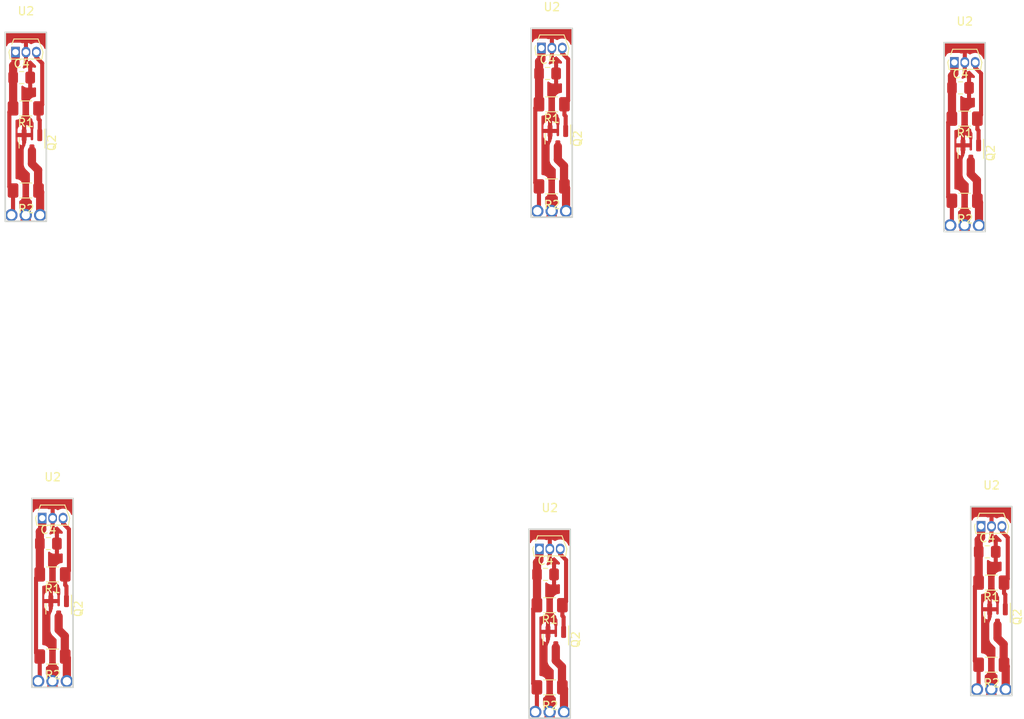
<source format=kicad_pcb>
(kicad_pcb (version 20221018) (generator pcbnew)
  (layers (0 "F.Cu" signal) (31 "B.Cu" signal) (34 "B.Paste" user) (35 "F.Paste" user) (36 "B.SilkS" user "B.Silkscreen") (37 "F.SilkS" user "F.Silkscreen") (38 "B.Mask" user) (39 "F.Mask" user) (44 "Edge.Cuts" user))
  (net 0 "")
  (net 1 "+5V")
  (net 2 "OUT")
  (net 3 "Net-(Q2-B)")
  (net 4 "Earth")
  (footprint "Package_TO_SOT_THT:TO-92S" (layer "F.Cu") (at 220.25 202.65)
    (fp_text reference "U2" (at 1.27 -5) (layer "F.SilkS"))
    (fp_text value "A3144E")
    (fp_line (start -0.8 0) (end -0.65 0.85) (stroke (width 0.12)) (layer "F.SilkS"))
    (fp_line (start -0.7 -0.3) (end -0.8 0) (stroke (width 0.12)) (layer "F.SilkS"))
    (fp_line (start -0.65 0.85) (end 3.2 0.85) (stroke (width 0.12)) (layer "F.SilkS"))
    (fp_line (start -0.2 -1.6) (end -0.45 -0.95) (stroke (width 0.12)) (layer "F.SilkS"))
    (fp_line (start 2.75 -1.6) (end -0.2 -1.6) (stroke (width 0.12)) (layer "F.SilkS"))
    (fp_line (start 3.2 0.85) (end 3.35 0) (stroke (width 0.12)) (layer "F.SilkS"))
    (fp_line (start 3.35 0) (end 2.75 -1.6) (stroke (width 0.12)) (layer "F.SilkS"))
    (pad "1" thru_hole rect (at 0 0) (size 1.05 1.3) (drill 0.75) (layers "*.Cu" "*.Mask") (net 1 "+5V"))
    (pad "2" thru_hole oval (at 1.27 0) (size 1.05 1.3) (drill 0.75) (layers "*.Cu" "*.Mask") (net 4 "Earth"))
    (pad "3" thru_hole oval (at 2.54 0) (size 1.05 1.3) (drill 0.75) (layers "*.Cu" "*.Mask") (net 3 "Net-(Q2-B)"))
  )
  (footprint "Package_TO_SOT_SMD:SOT-23" (layer "F.Cu") (at 272.75 154.4375 -90)
    (fp_text reference "Q2" (at 0 -2.4 -90) (layer "F.SilkS"))
    (fp_text value "MMBT3904" hide)
    (fp_line (start 0 -1.56) (end -1.675 -1.56) (stroke (width 0.12)) (layer "F.SilkS"))
    (fp_line (start 0 -1.56) (end 0.65 -1.56) (stroke (width 0.12)) (layer "F.SilkS"))
    (fp_line (start 0 1.56) (end -0.65 1.56) (stroke (width 0.12)) (layer "F.SilkS"))
    (fp_line (start 0 1.56) (end 0.65 1.56) (stroke (width 0.12)) (layer "F.SilkS"))
    (pad "1" smd roundrect (at -0.9375 -0.95 270) (size 1.475 0.6) (layers "F.Cu" "F.Paste" "F.Mask") (net 3 "Net-(Q2-B)"))
    (pad "2" smd roundrect (at -0.9375 0.95 270) (size 1.475 0.6) (layers "F.Cu" "F.Paste" "F.Mask") (net 4 "Earth"))
    (pad "3" smd roundrect (at 0.9375 0 270) (size 1.475 0.6) (layers "F.Cu" "F.Paste" "F.Mask") (net 2 "OUT"))
  )
  (footprint "Package_TO_SOT_SMD:SOT-23" (layer "F.Cu") (at 158.5 153.1875 -90)
    (fp_text reference "Q2" (at 0 -2.4 -90) (layer "F.SilkS"))
    (fp_text value "MMBT3904" hide)
    (fp_line (start 0 -1.56) (end -1.675 -1.56) (stroke (width 0.12)) (layer "F.SilkS"))
    (fp_line (start 0 -1.56) (end 0.65 -1.56) (stroke (width 0.12)) (layer "F.SilkS"))
    (fp_line (start 0 1.56) (end -0.65 1.56) (stroke (width 0.12)) (layer "F.SilkS"))
    (fp_line (start 0 1.56) (end 0.65 1.56) (stroke (width 0.12)) (layer "F.SilkS"))
    (pad "1" smd roundrect (at -0.9375 -0.95 270) (size 1.475 0.6) (layers "F.Cu" "F.Paste" "F.Mask") (net 3 "Net-(Q2-B)"))
    (pad "2" smd roundrect (at -0.9375 0.95 270) (size 1.475 0.6) (layers "F.Cu" "F.Paste" "F.Mask") (net 4 "Earth"))
    (pad "3" smd roundrect (at 0.9375 0 270) (size 1.475 0.6) (layers "F.Cu" "F.Paste" "F.Mask") (net 2 "OUT"))
  )
  (footprint "Capacitor_SMD:C_0805_2012Metric_Pad1.18x1.45mm_HandSolder" (layer "F.Cu") (at 157.25 145.25)
    (fp_text reference "C4" (at 0 -1.68) (layer "F.SilkS"))
    (fp_text value "47nF")
    (fp_line (start -0.261252 -0.735) (end 0.261252 -0.735) (stroke (width 0.12)) (layer "F.SilkS"))
    (fp_line (start -0.261252 0.735) (end 0.261252 0.735) (stroke (width 0.12)) (layer "F.SilkS"))
    (pad "1" smd roundrect (at -1.0375 0) (size 1.175 1.45) (layers "F.Cu" "F.Paste" "F.Mask") (roundrect_rratio 0.2127659574) (net 1 "+5V"))
    (pad "2" smd roundrect (at 1.0375 0) (size 1.175 1.45) (layers "F.Cu" "F.Paste" "F.Mask") (roundrect_rratio 0.2127659574) (net 4 "Earth"))
  )
  (footprint "Resistor_SMD:R_1206_3216Metric_Pad1.30x1.75mm_HandSolder" (layer "F.Cu") (at 221.5 209.5)
    (fp_text reference "R1" (at 0 1.75) (layer "F.SilkS"))
    (fp_text value "0R_0603" hide)
    (fp_line (start -0.727064 -0.91) (end 0.727064 -0.91) (stroke (width 0.12)) (layer "F.SilkS"))
    (fp_line (start -0.727064 0.91) (end 0.727064 0.91) (stroke (width 0.12)) (layer "F.SilkS"))
    (pad "1" smd roundrect (at -1.55 0) (size 1.3 1.75) (layers "F.Cu" "F.Paste" "F.Mask") (roundrect_rratio 0.1923076923) (net 1 "+5V"))
    (pad "2" smd roundrect (at 1.55 0) (size 1.3 1.75) (layers "F.Cu" "F.Paste" "F.Mask") (roundrect_rratio 0.1923076923) (net 3 "Net-(Q2-B)"))
  )
  (footprint "Resistor_SMD:R_1206_3216Metric_Pad1.30x1.75mm_HandSolder" (layer "F.Cu") (at 157.75 149)
    (fp_text reference "R1" (at 0 1.75) (layer "F.SilkS"))
    (fp_text value "0R_0603" hide)
    (fp_line (start -0.727064 -0.91) (end 0.727064 -0.91) (stroke (width 0.12)) (layer "F.SilkS"))
    (fp_line (start -0.727064 0.91) (end 0.727064 0.91) (stroke (width 0.12)) (layer "F.SilkS"))
    (pad "1" smd roundrect (at -1.55 0) (size 1.3 1.75) (layers "F.Cu" "F.Paste" "F.Mask") (roundrect_rratio 0.1923076923) (net 1 "+5V"))
    (pad "2" smd roundrect (at 1.55 0) (size 1.3 1.75) (layers "F.Cu" "F.Paste" "F.Mask") (roundrect_rratio 0.1923076923) (net 3 "Net-(Q2-B)"))
  )
  (footprint "Resistor_SMD:R_1206_3216Metric_Pad1.30x1.75mm_HandSolder" (layer "F.Cu") (at 275.25 216.75)
    (fp_text reference "R2" (at 0.05 2.25) (layer "F.SilkS"))
    (fp_text value "0R_0603")
    (fp_line (start -0.727064 -0.91) (end 0.727064 -0.91) (stroke (width 0.12)) (layer "F.SilkS"))
    (fp_line (start -0.727064 0.91) (end 0.727064 0.91) (stroke (width 0.12)) (layer "F.SilkS"))
    (pad "1" smd roundrect (at -1.55 0) (size 1.3 1.75) (layers "F.Cu" "F.Paste" "F.Mask") (roundrect_rratio 0.1923076923) (net 1 "+5V"))
    (pad "2" smd roundrect (at 1.55 0) (size 1.3 1.75) (layers "F.Cu" "F.Paste" "F.Mask") (roundrect_rratio 0.1923076923) (net 2 "OUT"))
  )
  (footprint "Resistor_SMD:R_1206_3216Metric_Pad1.30x1.75mm_HandSolder" (layer "F.Cu") (at 221.75 158.5)
    (fp_text reference "R2" (at 0.05 2.25) (layer "F.SilkS"))
    (fp_text value "0R_0603")
    (fp_line (start -0.727064 -0.91) (end 0.727064 -0.91) (stroke (width 0.12)) (layer "F.SilkS"))
    (fp_line (start -0.727064 0.91) (end 0.727064 0.91) (stroke (width 0.12)) (layer "F.SilkS"))
    (pad "1" smd roundrect (at -1.55 0) (size 1.3 1.75) (layers "F.Cu" "F.Paste" "F.Mask") (roundrect_rratio 0.1923076923) (net 1 "+5V"))
    (pad "2" smd roundrect (at 1.55 0) (size 1.3 1.75) (layers "F.Cu" "F.Paste" "F.Mask") (roundrect_rratio 0.1923076923) (net 2 "OUT"))
  )
  (footprint "Package_TO_SOT_THT:TO-92S" (layer "F.Cu") (at 159.75 198.9)
    (fp_text reference "U2" (at 1.27 -5) (layer "F.SilkS"))
    (fp_text value "A3144E")
    (fp_line (start -0.8 0) (end -0.65 0.85) (stroke (width 0.12)) (layer "F.SilkS"))
    (fp_line (start -0.7 -0.3) (end -0.8 0) (stroke (width 0.12)) (layer "F.SilkS"))
    (fp_line (start -0.65 0.85) (end 3.2 0.85) (stroke (width 0.12)) (layer "F.SilkS"))
    (fp_line (start -0.2 -1.6) (end -0.45 -0.95) (stroke (width 0.12)) (layer "F.SilkS"))
    (fp_line (start 2.75 -1.6) (end -0.2 -1.6) (stroke (width 0.12)) (layer "F.SilkS"))
    (fp_line (start 3.2 0.85) (end 3.35 0) (stroke (width 0.12)) (layer "F.SilkS"))
    (fp_line (start 3.35 0) (end 2.75 -1.6) (stroke (width 0.12)) (layer "F.SilkS"))
    (pad "1" thru_hole rect (at 0 0) (size 1.05 1.3) (drill 0.75) (layers "*.Cu" "*.Mask") (net 1 "+5V"))
    (pad "2" thru_hole oval (at 1.27 0) (size 1.05 1.3) (drill 0.75) (layers "*.Cu" "*.Mask") (net 4 "Earth"))
    (pad "3" thru_hole oval (at 2.54 0) (size 1.05 1.3) (drill 0.75) (layers "*.Cu" "*.Mask") (net 3 "Net-(Q2-B)"))
  )
  (footprint "Package_TO_SOT_SMD:SOT-23" (layer "F.Cu") (at 222.5 152.6875 -90)
    (fp_text reference "Q2" (at 0 -2.4 -90) (layer "F.SilkS"))
    (fp_text value "MMBT3904" hide)
    (fp_line (start 0 -1.56) (end -1.675 -1.56) (stroke (width 0.12)) (layer "F.SilkS"))
    (fp_line (start 0 -1.56) (end 0.65 -1.56) (stroke (width 0.12)) (layer "F.SilkS"))
    (fp_line (start 0 1.56) (end -0.65 1.56) (stroke (width 0.12)) (layer "F.SilkS"))
    (fp_line (start 0 1.56) (end 0.65 1.56) (stroke (width 0.12)) (layer "F.SilkS"))
    (pad "1" smd roundrect (at -0.9375 -0.95 270) (size 1.475 0.6) (layers "F.Cu" "F.Paste" "F.Mask") (net 3 "Net-(Q2-B)"))
    (pad "2" smd roundrect (at -0.9375 0.95 270) (size 1.475 0.6) (layers "F.Cu" "F.Paste" "F.Mask") (net 4 "Earth"))
    (pad "3" smd roundrect (at 0.9375 0 270) (size 1.475 0.6) (layers "F.Cu" "F.Paste" "F.Mask") (net 2 "OUT"))
  )
  (footprint "Resistor_SMD:R_1206_3216Metric_Pad1.30x1.75mm_HandSolder" (layer "F.Cu") (at 161 215.75)
    (fp_text reference "R2" (at 0.05 2.25) (layer "F.SilkS"))
    (fp_text value "0R_0603")
    (fp_line (start -0.727064 -0.91) (end 0.727064 -0.91) (stroke (width 0.12)) (layer "F.SilkS"))
    (fp_line (start -0.727064 0.91) (end 0.727064 0.91) (stroke (width 0.12)) (layer "F.SilkS"))
    (pad "1" smd roundrect (at -1.55 0) (size 1.3 1.75) (layers "F.Cu" "F.Paste" "F.Mask") (roundrect_rratio 0.1923076923) (net 1 "+5V"))
    (pad "2" smd roundrect (at 1.55 0) (size 1.3 1.75) (layers "F.Cu" "F.Paste" "F.Mask") (roundrect_rratio 0.1923076923) (net 2 "OUT"))
  )
  (footprint "Package_TO_SOT_THT:TO-92S" (layer "F.Cu") (at 156.5 142.15)
    (fp_text reference "U2" (at 1.27 -5) (layer "F.SilkS"))
    (fp_text value "A3144E")
    (fp_line (start -0.8 0) (end -0.65 0.85) (stroke (width 0.12)) (layer "F.SilkS"))
    (fp_line (start -0.7 -0.3) (end -0.8 0) (stroke (width 0.12)) (layer "F.SilkS"))
    (fp_line (start -0.65 0.85) (end 3.2 0.85) (stroke (width 0.12)) (layer "F.SilkS"))
    (fp_line (start -0.2 -1.6) (end -0.45 -0.95) (stroke (width 0.12)) (layer "F.SilkS"))
    (fp_line (start 2.75 -1.6) (end -0.2 -1.6) (stroke (width 0.12)) (layer "F.SilkS"))
    (fp_line (start 3.2 0.85) (end 3.35 0) (stroke (width 0.12)) (layer "F.SilkS"))
    (fp_line (start 3.35 0) (end 2.75 -1.6) (stroke (width 0.12)) (layer "F.SilkS"))
    (pad "1" thru_hole rect (at 0 0) (size 1.05 1.3) (drill 0.75) (layers "*.Cu" "*.Mask") (net 1 "+5V"))
    (pad "2" thru_hole oval (at 1.27 0) (size 1.05 1.3) (drill 0.75) (layers "*.Cu" "*.Mask") (net 4 "Earth"))
    (pad "3" thru_hole oval (at 2.54 0) (size 1.05 1.3) (drill 0.75) (layers "*.Cu" "*.Mask") (net 3 "Net-(Q2-B)"))
  )
  (footprint "Resistor_SMD:R_1206_3216Metric_Pad1.30x1.75mm_HandSolder" (layer "F.Cu") (at 221.75 148.5)
    (fp_text reference "R1" (at 0 1.75) (layer "F.SilkS"))
    (fp_text value "0R_0603" hide)
    (fp_line (start -0.727064 -0.91) (end 0.727064 -0.91) (stroke (width 0.12)) (layer "F.SilkS"))
    (fp_line (start -0.727064 0.91) (end 0.727064 0.91) (stroke (width 0.12)) (layer "F.SilkS"))
    (pad "1" smd roundrect (at -1.55 0) (size 1.3 1.75) (layers "F.Cu" "F.Paste" "F.Mask") (roundrect_rratio 0.1923076923) (net 1 "+5V"))
    (pad "2" smd roundrect (at 1.55 0) (size 1.3 1.75) (layers "F.Cu" "F.Paste" "F.Mask") (roundrect_rratio 0.1923076923) (net 3 "Net-(Q2-B)"))
  )
  (footprint "Capacitor_SMD:C_0805_2012Metric_Pad1.18x1.45mm_HandSolder" (layer "F.Cu") (at 221 205.75)
    (fp_text reference "C4" (at 0 -1.68) (layer "F.SilkS"))
    (fp_text value "47nF")
    (fp_line (start -0.261252 -0.735) (end 0.261252 -0.735) (stroke (width 0.12)) (layer "F.SilkS"))
    (fp_line (start -0.261252 0.735) (end 0.261252 0.735) (stroke (width 0.12)) (layer "F.SilkS"))
    (pad "1" smd roundrect (at -1.0375 0) (size 1.175 1.45) (layers "F.Cu" "F.Paste" "F.Mask") (roundrect_rratio 0.2127659574) (net 1 "+5V"))
    (pad "2" smd roundrect (at 1.0375 0) (size 1.175 1.45) (layers "F.Cu" "F.Paste" "F.Mask") (roundrect_rratio 0.2127659574) (net 4 "Earth"))
  )
  (footprint "Resistor_SMD:R_1206_3216Metric_Pad1.30x1.75mm_HandSolder" (layer "F.Cu") (at 272 160.25)
    (fp_text reference "R2" (at 0.05 2.25) (layer "F.SilkS"))
    (fp_text value "0R_0603")
    (fp_line (start -0.727064 -0.91) (end 0.727064 -0.91) (stroke (width 0.12)) (layer "F.SilkS"))
    (fp_line (start -0.727064 0.91) (end 0.727064 0.91) (stroke (width 0.12)) (layer "F.SilkS"))
    (pad "1" smd roundrect (at -1.55 0) (size 1.3 1.75) (layers "F.Cu" "F.Paste" "F.Mask") (roundrect_rratio 0.1923076923) (net 1 "+5V"))
    (pad "2" smd roundrect (at 1.55 0) (size 1.3 1.75) (layers "F.Cu" "F.Paste" "F.Mask") (roundrect_rratio 0.1923076923) (net 2 "OUT"))
  )
  (footprint "Capacitor_SMD:C_0805_2012Metric_Pad1.18x1.45mm_HandSolder" (layer "F.Cu") (at 221.25 144.75)
    (fp_text reference "C4" (at 0 -1.68) (layer "F.SilkS"))
    (fp_text value "47nF")
    (fp_line (start -0.261252 -0.735) (end 0.261252 -0.735) (stroke (width 0.12)) (layer "F.SilkS"))
    (fp_line (start -0.261252 0.735) (end 0.261252 0.735) (stroke (width 0.12)) (layer "F.SilkS"))
    (pad "1" smd roundrect (at -1.0375 0) (size 1.175 1.45) (layers "F.Cu" "F.Paste" "F.Mask") (roundrect_rratio 0.2127659574) (net 1 "+5V"))
    (pad "2" smd roundrect (at 1.0375 0) (size 1.175 1.45) (layers "F.Cu" "F.Paste" "F.Mask") (roundrect_rratio 0.2127659574) (net 4 "Earth"))
  )
  (footprint "Resistor_SMD:R_1206_3216Metric_Pad1.30x1.75mm_HandSolder" (layer "F.Cu") (at 275.25 206.75)
    (fp_text reference "R1" (at 0 1.75) (layer "F.SilkS"))
    (fp_text value "0R_0603" hide)
    (fp_line (start -0.727064 -0.91) (end 0.727064 -0.91) (stroke (width 0.12)) (layer "F.SilkS"))
    (fp_line (start -0.727064 0.91) (end 0.727064 0.91) (stroke (width 0.12)) (layer "F.SilkS"))
    (pad "1" smd roundrect (at -1.55 0) (size 1.3 1.75) (layers "F.Cu" "F.Paste" "F.Mask") (roundrect_rratio 0.1923076923) (net 1 "+5V"))
    (pad "2" smd roundrect (at 1.55 0) (size 1.3 1.75) (layers "F.Cu" "F.Paste" "F.Mask") (roundrect_rratio 0.1923076923) (net 3 "Net-(Q2-B)"))
  )
  (footprint "Resistor_SMD:R_1206_3216Metric_Pad1.30x1.75mm_HandSolder" (layer "F.Cu") (at 161 205.75)
    (fp_text reference "R1" (at 0 1.75) (layer "F.SilkS"))
    (fp_text value "0R_0603" hide)
    (fp_line (start -0.727064 -0.91) (end 0.727064 -0.91) (stroke (width 0.12)) (layer "F.SilkS"))
    (fp_line (start -0.727064 0.91) (end 0.727064 0.91) (stroke (width 0.12)) (layer "F.SilkS"))
    (pad "1" smd roundrect (at -1.55 0) (size 1.3 1.75) (layers "F.Cu" "F.Paste" "F.Mask") (roundrect_rratio 0.1923076923) (net 1 "+5V"))
    (pad "2" smd roundrect (at 1.55 0) (size 1.3 1.75) (layers "F.Cu" "F.Paste" "F.Mask") (roundrect_rratio 0.1923076923) (net 3 "Net-(Q2-B)"))
  )
  (footprint "Resistor_SMD:R_1206_3216Metric_Pad1.30x1.75mm_HandSolder" (layer "F.Cu") (at 157.75 159)
    (fp_text reference "R2" (at 0.05 2.25) (layer "F.SilkS"))
    (fp_text value "0R_0603")
    (fp_line (start -0.727064 -0.91) (end 0.727064 -0.91) (stroke (width 0.12)) (layer "F.SilkS"))
    (fp_line (start -0.727064 0.91) (end 0.727064 0.91) (stroke (width 0.12)) (layer "F.SilkS"))
    (pad "1" smd roundrect (at -1.55 0) (size 1.3 1.75) (layers "F.Cu" "F.Paste" "F.Mask") (roundrect_rratio 0.1923076923) (net 1 "+5V"))
    (pad "2" smd roundrect (at 1.55 0) (size 1.3 1.75) (layers "F.Cu" "F.Paste" "F.Mask") (roundrect_rratio 0.1923076923) (net 2 "OUT"))
  )
  (footprint "Capacitor_SMD:C_0805_2012Metric_Pad1.18x1.45mm_HandSolder" (layer "F.Cu") (at 274.75 203)
    (fp_text reference "C4" (at 0 -1.68) (layer "F.SilkS"))
    (fp_text value "47nF")
    (fp_line (start -0.261252 -0.735) (end 0.261252 -0.735) (stroke (width 0.12)) (layer "F.SilkS"))
    (fp_line (start -0.261252 0.735) (end 0.261252 0.735) (stroke (width 0.12)) (layer "F.SilkS"))
    (pad "1" smd roundrect (at -1.0375 0) (size 1.175 1.45) (layers "F.Cu" "F.Paste" "F.Mask") (roundrect_rratio 0.2127659574) (net 1 "+5V"))
    (pad "2" smd roundrect (at 1.0375 0) (size 1.175 1.45) (layers "F.Cu" "F.Paste" "F.Mask") (roundrect_rratio 0.2127659574) (net 4 "Earth"))
  )
  (footprint "Resistor_SMD:R_1206_3216Metric_Pad1.30x1.75mm_HandSolder" (layer "F.Cu") (at 272 150.25)
    (fp_text reference "R1" (at 0 1.75) (layer "F.SilkS"))
    (fp_text value "0R_0603" hide)
    (fp_line (start -0.727064 -0.91) (end 0.727064 -0.91) (stroke (width 0.12)) (layer "F.SilkS"))
    (fp_line (start -0.727064 0.91) (end 0.727064 0.91) (stroke (width 0.12)) (layer "F.SilkS"))
    (pad "1" smd roundrect (at -1.55 0) (size 1.3 1.75) (layers "F.Cu" "F.Paste" "F.Mask") (roundrect_rratio 0.1923076923) (net 1 "+5V"))
    (pad "2" smd roundrect (at 1.55 0) (size 1.3 1.75) (layers "F.Cu" "F.Paste" "F.Mask") (roundrect_rratio 0.1923076923) (net 3 "Net-(Q2-B)"))
  )
  (footprint "Capacitor_SMD:C_0805_2012Metric_Pad1.18x1.45mm_HandSolder" (layer "F.Cu") (at 271.5 146.5)
    (fp_text reference "C4" (at 0 -1.68) (layer "F.SilkS"))
    (fp_text value "47nF")
    (fp_line (start -0.261252 -0.735) (end 0.261252 -0.735) (stroke (width 0.12)) (layer "F.SilkS"))
    (fp_line (start -0.261252 0.735) (end 0.261252 0.735) (stroke (width 0.12)) (layer "F.SilkS"))
    (pad "1" smd roundrect (at -1.0375 0) (size 1.175 1.45) (layers "F.Cu" "F.Paste" "F.Mask") (roundrect_rratio 0.2127659574) (net 1 "+5V"))
    (pad "2" smd roundrect (at 1.0375 0) (size 1.175 1.45) (layers "F.Cu" "F.Paste" "F.Mask") (roundrect_rratio 0.2127659574) (net 4 "Earth"))
  )
  (footprint "Package_TO_SOT_SMD:SOT-23" (layer "F.Cu") (at 222.25 213.6875 -90)
    (fp_text reference "Q2" (at 0 -2.4 -90) (layer "F.SilkS"))
    (fp_text value "MMBT3904" hide)
    (fp_line (start 0 -1.56) (end -1.675 -1.56) (stroke (width 0.12)) (layer "F.SilkS"))
    (fp_line (start 0 -1.56) (end 0.65 -1.56) (stroke (width 0.12)) (layer "F.SilkS"))
    (fp_line (start 0 1.56) (end -0.65 1.56) (stroke (width 0.12)) (layer "F.SilkS"))
    (fp_line (start 0 1.56) (end 0.65 1.56) (stroke (width 0.12)) (layer "F.SilkS"))
    (pad "1" smd roundrect (at -0.9375 -0.95 270) (size 1.475 0.6) (layers "F.Cu" "F.Paste" "F.Mask") (net 3 "Net-(Q2-B)"))
    (pad "2" smd roundrect (at -0.9375 0.95 270) (size 1.475 0.6) (layers "F.Cu" "F.Paste" "F.Mask") (net 4 "Earth"))
    (pad "3" smd roundrect (at 0.9375 0 270) (size 1.475 0.6) (layers "F.Cu" "F.Paste" "F.Mask") (net 2 "OUT"))
  )
  (footprint "Capacitor_SMD:C_0805_2012Metric_Pad1.18x1.45mm_HandSolder" (layer "F.Cu") (at 160.5 202)
    (fp_text reference "C4" (at 0 -1.68) (layer "F.SilkS"))
    (fp_text value "47nF")
    (fp_line (start -0.261252 -0.735) (end 0.261252 -0.735) (stroke (width 0.12)) (layer "F.SilkS"))
    (fp_line (start -0.261252 0.735) (end 0.261252 0.735) (stroke (width 0.12)) (layer "F.SilkS"))
    (pad "1" smd roundrect (at -1.0375 0) (size 1.175 1.45) (layers "F.Cu" "F.Paste" "F.Mask") (roundrect_rratio 0.2127659574) (net 1 "+5V"))
    (pad "2" smd roundrect (at 1.0375 0) (size 1.175 1.45) (layers "F.Cu" "F.Paste" "F.Mask") (roundrect_rratio 0.2127659574) (net 4 "Earth"))
  )
  (footprint "Package_TO_SOT_THT:TO-92S" (layer "F.Cu") (at 274 199.9)
    (fp_text reference "U2" (at 1.27 -5) (layer "F.SilkS"))
    (fp_text value "A3144E")
    (fp_line (start -0.8 0) (end -0.65 0.85) (stroke (width 0.12)) (layer "F.SilkS"))
    (fp_line (start -0.7 -0.3) (end -0.8 0) (stroke (width 0.12)) (layer "F.SilkS"))
    (fp_line (start -0.65 0.85) (end 3.2 0.85) (stroke (width 0.12)) (layer "F.SilkS"))
    (fp_line (start -0.2 -1.6) (end -0.45 -0.95) (stroke (width 0.12)) (layer "F.SilkS"))
    (fp_line (start 2.75 -1.6) (end -0.2 -1.6) (stroke (width 0.12)) (layer "F.SilkS"))
    (fp_line (start 3.2 0.85) (end 3.35 0) (stroke (width 0.12)) (layer "F.SilkS"))
    (fp_line (start 3.35 0) (end 2.75 -1.6) (stroke (width 0.12)) (layer "F.SilkS"))
    (pad "1" thru_hole rect (at 0 0) (size 1.05 1.3) (drill 0.75) (layers "*.Cu" "*.Mask") (net 1 "+5V"))
    (pad "2" thru_hole oval (at 1.27 0) (size 1.05 1.3) (drill 0.75) (layers "*.Cu" "*.Mask") (net 4 "Earth"))
    (pad "3" thru_hole oval (at 2.54 0) (size 1.05 1.3) (drill 0.75) (layers "*.Cu" "*.Mask") (net 3 "Net-(Q2-B)"))
  )
  (footprint "Package_TO_SOT_THT:TO-92S" (layer "F.Cu") (at 220.5 141.65)
    (fp_text reference "U2" (at 1.27 -5) (layer "F.SilkS"))
    (fp_text value "A3144E")
    (fp_line (start -0.8 0) (end -0.65 0.85) (stroke (width 0.12)) (layer "F.SilkS"))
    (fp_line (start -0.7 -0.3) (end -0.8 0) (stroke (width 0.12)) (layer "F.SilkS"))
    (fp_line (start -0.65 0.85) (end 3.2 0.85) (stroke (width 0.12)) (layer "F.SilkS"))
    (fp_line (start -0.2 -1.6) (end -0.45 -0.95) (stroke (width 0.12)) (layer "F.SilkS"))
    (fp_line (start 2.75 -1.6) (end -0.2 -1.6) (stroke (width 0.12)) (layer "F.SilkS"))
    (fp_line (start 3.2 0.85) (end 3.35 0) (stroke (width 0.12)) (layer "F.SilkS"))
    (fp_line (start 3.35 0) (end 2.75 -1.6) (stroke (width 0.12)) (layer "F.SilkS"))
    (pad "1" thru_hole rect (at 0 0) (size 1.05 1.3) (drill 0.75) (layers "*.Cu" "*.Mask") (net 1 "+5V"))
    (pad "2" thru_hole oval (at 1.27 0) (size 1.05 1.3) (drill 0.75) (layers "*.Cu" "*.Mask") (net 4 "Earth"))
    (pad "3" thru_hole oval (at 2.54 0) (size 1.05 1.3) (drill 0.75) (layers "*.Cu" "*.Mask") (net 3 "Net-(Q2-B)"))
  )
  (footprint "Package_TO_SOT_THT:TO-92S" (layer "F.Cu") (at 270.75 143.4)
    (fp_text reference "U2" (at 1.27 -5) (layer "F.SilkS"))
    (fp_text value "A3144E")
    (fp_line (start -0.8 0) (end -0.65 0.85) (stroke (width 0.12)) (layer "F.SilkS"))
    (fp_line (start -0.7 -0.3) (end -0.8 0) (stroke (width 0.12)) (layer "F.SilkS"))
    (fp_line (start -0.65 0.85) (end 3.2 0.85) (stroke (width 0.12)) (layer "F.SilkS"))
    (fp_line (start -0.2 -1.6) (end -0.45 -0.95) (stroke (width 0.12)) (layer "F.SilkS"))
    (fp_line (start 2.75 -1.6) (end -0.2 -1.6) (stroke (width 0.12)) (layer "F.SilkS"))
    (fp_line (start 3.2 0.85) (end 3.35 0) (stroke (width 0.12)) (layer "F.SilkS"))
    (fp_line (start 3.35 0) (end 2.75 -1.6) (stroke (width 0.12)) (layer "F.SilkS"))
    (pad "1" thru_hole rect (at 0 0) (size 1.05 1.3) (drill 0.75) (layers "*.Cu" "*.Mask") (net 1 "+5V"))
    (pad "2" thru_hole oval (at 1.27 0) (size 1.05 1.3) (drill 0.75) (layers "*.Cu" "*.Mask") (net 4 "Earth"))
    (pad "3" thru_hole oval (at 2.54 0) (size 1.05 1.3) (drill 0.75) (layers "*.Cu" "*.Mask") (net 3 "Net-(Q2-B)"))
  )
  (footprint "Resistor_SMD:R_1206_3216Metric_Pad1.30x1.75mm_HandSolder" (layer "F.Cu") (at 221.5 219.5)
    (fp_text reference "R2" (at 0.05 2.25) (layer "F.SilkS"))
    (fp_text value "0R_0603")
    (fp_line (start -0.727064 -0.91) (end 0.727064 -0.91) (stroke (width 0.12)) (layer "F.SilkS"))
    (fp_line (start -0.727064 0.91) (end 0.727064 0.91) (stroke (width 0.12)) (layer "F.SilkS"))
    (pad "1" smd roundrect (at -1.55 0) (size 1.3 1.75) (layers "F.Cu" "F.Paste" "F.Mask") (roundrect_rratio 0.1923076923) (net 1 "+5V"))
    (pad "2" smd roundrect (at 1.55 0) (size 1.3 1.75) (layers "F.Cu" "F.Paste" "F.Mask") (roundrect_rratio 0.1923076923) (net 2 "OUT"))
  )
  (footprint "Package_TO_SOT_SMD:SOT-23" (layer "F.Cu") (at 161.75 209.9375 -90)
    (fp_text reference "Q2" (at 0 -2.4 -90) (layer "F.SilkS"))
    (fp_text value "MMBT3904" hide)
    (fp_line (start 0 -1.56) (end -1.675 -1.56) (stroke (width 0.12)) (layer "F.SilkS"))
    (fp_line (start 0 -1.56) (end 0.65 -1.56) (stroke (width 0.12)) (layer "F.SilkS"))
    (fp_line (start 0 1.56) (end -0.65 1.56) (stroke (width 0.12)) (layer "F.SilkS"))
    (fp_line (start 0 1.56) (end 0.65 1.56) (stroke (width 0.12)) (layer "F.SilkS"))
    (pad "1" smd roundrect (at -0.9375 -0.95 270) (size 1.475 0.6) (layers "F.Cu" "F.Paste" "F.Mask") (net 3 "Net-(Q2-B)"))
    (pad "2" smd roundrect (at -0.9375 0.95 270) (size 1.475 0.6) (layers "F.Cu" "F.Paste" "F.Mask") (net 4 "Earth"))
    (pad "3" smd roundrect (at 0.9375 0 270) (size 1.475 0.6) (layers "F.Cu" "F.Paste" "F.Mask") (net 2 "OUT"))
  )
  (footprint "Package_TO_SOT_SMD:SOT-23" (layer "F.Cu") (at 276 210.9375 -90)
    (fp_text reference "Q2" (at 0 -2.4 -90) (layer "F.SilkS"))
    (fp_text value "MMBT3904" hide)
    (fp_line (start 0 -1.56) (end -1.675 -1.56) (stroke (width 0.12)) (layer "F.SilkS"))
    (fp_line (start 0 -1.56) (end 0.65 -1.56) (stroke (width 0.12)) (layer "F.SilkS"))
    (fp_line (start 0 1.56) (end -0.65 1.56) (stroke (width 0.12)) (layer "F.SilkS"))
    (fp_line (start 0 1.56) (end 0.65 1.56) (stroke (width 0.12)) (layer "F.SilkS"))
    (pad "1" smd roundrect (at -0.9375 -0.95 270) (size 1.475 0.6) (layers "F.Cu" "F.Paste" "F.Mask") (net 3 "Net-(Q2-B)"))
    (pad "2" smd roundrect (at -0.9375 0.95 270) (size 1.475 0.6) (layers "F.Cu" "F.Paste" "F.Mask") (net 4 "Earth"))
    (pad "3" smd roundrect (at 0.9375 0 270) (size 1.475 0.6) (layers "F.Cu" "F.Paste" "F.Mask") (net 2 "OUT"))
  )
  (gr_rect (start 158.5 196.5) (end 163.5 219.5) (stroke (width 0.2)) (fill none) (layer "Edge.Cuts"))
  (gr_rect (start 219.25 139.25) (end 224.25 162.25) (stroke (width 0.2)) (fill none) (layer "Edge.Cuts"))
  (gr_rect (start 272.75 197.5) (end 277.75 220.5) (stroke (width 0.2)) (fill none) (layer "Edge.Cuts"))
  (gr_rect (start 219 200.25) (end 224 223.25) (stroke (width 0.2)) (fill none) (layer "Edge.Cuts"))
  (gr_rect (start 155.25 139.75) (end 160.25 162.75) (stroke (width 0.2)) (fill none) (layer "Edge.Cuts"))
  (gr_rect (start 269.5 141) (end 274.5 164) (stroke (width 0.2)) (fill none) (layer "Edge.Cuts"))
  (segment (start 270.45 160.25) (end 270 159.8) (width 0.5) (layer "F.Cu") (net 1))
  (segment (start 156 162) (end 156.2 161.8) (width 0.5) (layer "F.Cu") (net 1))
  (segment (start 273.25 216.3) (end 273.25 207.2) (width 0.5) (layer "F.Cu") (net 1))
  (segment (start 270 150.7) (end 270.45 150.25) (width 0.5) (layer "F.Cu") (net 1))
  (segment (start 220.5 143) (end 220.2125 143.2875) (width 1) (layer "F.Cu") (net 1))
  (segment (start 270 159.8) (end 270 150.7) (width 0.5) (layer "F.Cu") (net 1))
  (segment (start 159.45 218.55) (end 159.45 215.75) (width 0.5) (layer "F.Cu") (net 1))
  (segment (start 219.9625 204.2875) (end 219.9625 205.75) (width 1) (layer "F.Cu") (net 1))
  (segment (start 219.5 209.95) (end 219.95 209.5) (width 0.5) (layer "F.Cu") (net 1))
  (segment (start 159.4625 205.7375) (end 159.45 205.75) (width 1) (layer "F.Cu") (net 1))
  (segment (start 159.4625 202) (end 159.4625 205.7375) (width 1) (layer "F.Cu") (net 1))
  (segment (start 220.2125 144.75) (end 220.2125 148.4875) (width 1) (layer "F.Cu") (net 1))
  (segment (start 270.45 163.05) (end 270.45 160.25) (width 0.5) (layer "F.Cu") (net 1))
  (segment (start 270.4625 145.0375) (end 270.4625 146.5) (width 1) (layer "F.Cu") (net 1))
  (segment (start 273.7 219.55) (end 273.7 216.75) (width 0.5) (layer "F.Cu") (net 1))
  (segment (start 270.25 163.25) (end 270.45 163.05) (width 0.5) (layer "F.Cu") (net 1))
  (segment (start 220.2 158.5) (end 219.75 158.05) (width 0.5) (layer "F.Cu") (net 1))
  (segment (start 270.4625 146.5) (end 270.4625 150.2375) (width 1) (layer "F.Cu") (net 1))
  (segment (start 274 199.9) (end 274 201.25) (width 1) (layer "F.Cu") (net 1))
  (segment (start 273.7125 201.5375) (end 273.7125 203) (width 1) (layer "F.Cu") (net 1))
  (segment (start 273.7 216.75) (end 273.25 216.3) (width 0.5) (layer "F.Cu") (net 1))
  (segment (start 273.25 207.2) (end 273.7 206.75) (width 0.5) (layer "F.Cu") (net 1))
  (segment (start 273.7125 206.7375) (end 273.7 206.75) (width 1) (layer "F.Cu") (net 1))
  (segment (start 159.25 218.75) (end 159.45 218.55) (width 0.5) (layer "F.Cu") (net 1))
  (segment (start 156.5 143.5) (end 156.2125 143.7875) (width 1) (layer "F.Cu") (net 1))
  (segment (start 220 161.5) (end 220.2 161.3) (width 0.5) (layer "F.Cu") (net 1))
  (segment (start 156.5 142.15) (end 156.5 143.5) (width 1) (layer "F.Cu") (net 1))
  (segment (start 270.75 144.75) (end 270.4625 145.0375) (width 1) (layer "F.Cu") (net 1))
  (segment (start 219.95 219.5) (end 219.5 219.05) (width 0.5) (layer "F.Cu") (net 1))
  (segment (start 159.75 198.9) (end 159.75 200.25) (width 1) (layer "F.Cu") (net 1))
  (segment (start 219.9625 209.4875) (end 219.95 209.5) (width 1) (layer "F.Cu") (net 1))
  (segment (start 220.2125 143.2875) (end 220.2125 144.75) (width 1) (layer "F.Cu") (net 1))
  (segment (start 156.2125 148.9875) (end 156.2 149) (width 1) (layer "F.Cu") (net 1))
  (segment (start 273.5 219.75) (end 273.7 219.55) (width 0.5) (layer "F.Cu") (net 1))
  (segment (start 219.95 222.3) (end 219.95 219.5) (width 0.5) (layer "F.Cu") (net 1))
  (segment (start 219.9625 205.75) (end 219.9625 209.4875) (width 1) (layer "F.Cu") (net 1))
  (segment (start 220.25 202.65) (end 220.25 204) (width 1) (layer "F.Cu") (net 1))
  (segment (start 219.5 219.05) (end 219.5 209.95) (width 0.5) (layer "F.Cu") (net 1))
  (segment (start 273.7125 203) (end 273.7125 206.7375) (width 1) (layer "F.Cu") (net 1))
  (segment (start 274 201.25) (end 273.7125 201.5375) (width 1) (layer "F.Cu") (net 1))
  (segment (start 220.25 204) (end 219.9625 204.2875) (width 1) (layer "F.Cu") (net 1))
  (segment (start 219.75 158.05) (end 219.75 148.95) (width 0.5) (layer "F.Cu") (net 1))
  (segment (start 155.75 158.55) (end 155.75 149.45) (width 0.5) (layer "F.Cu") (net 1))
  (segment (start 159 215.3) (end 159 206.2) (width 0.5) (layer "F.Cu") (net 1))
  (segment (start 159.45 215.75) (end 159 215.3) (width 0.5) (layer "F.Cu") (net 1))
  (segment (start 155.75 149.45) (end 156.2 149) (width 0.5) (layer "F.Cu") (net 1))
  (segment (start 159.4625 200.5375) (end 159.4625 202) (width 1) (layer "F.Cu") (net 1))
  (segment (start 156.2125 145.25) (end 156.2125 148.9875) (width 1) (layer "F.Cu") (net 1))
  (segment (start 159.75 200.25) (end 159.4625 200.5375) (width 1) (layer "F.Cu") (net 1))
  (segment (start 156.2 159) (end 155.75 158.55) (width 0.5) (layer "F.Cu") (net 1))
  (segment (start 156.2 161.8) (end 156.2 159) (width 0.5) (layer "F.Cu") (net 1))
  (segment (start 219.75 222.5) (end 219.95 222.3) (width 0.5) (layer "F.Cu") (net 1))
  (segment (start 270.75 143.4) (end 270.75 144.75) (width 1) (layer "F.Cu") (net 1))
  (segment (start 220.5 141.65) (end 220.5 143) (width 1) (layer "F.Cu") (net 1))
  (segment (start 219.75 148.95) (end 220.2 148.5) (width 0.5) (layer "F.Cu") (net 1))
  (segment (start 220.2125 148.4875) (end 220.2 148.5) (width 1) (layer "F.Cu") (net 1))
  (segment (start 159 206.2) (end 159.45 205.75) (width 0.5) (layer "F.Cu") (net 1))
  (segment (start 220.2 161.3) (end 220.2 158.5) (width 0.5) (layer "F.Cu") (net 1))
  (segment (start 270.4625 150.2375) (end 270.45 150.25) (width 1) (layer "F.Cu") (net 1))
  (segment (start 156.2125 143.7875) (end 156.2125 145.25) (width 1) (layer "F.Cu") (net 1))
  (via (at 156 162) (size 1.5) (drill 1) (layers "F.Cu" "B.Cu") (net 1))
  (via (at 220 161.5) (size 1.5) (drill 1) (layers "F.Cu" "B.Cu") (net 1))
  (via (at 219.75 222.5) (size 1.5) (drill 1) (layers "F.Cu" "B.Cu") (net 1))
  (via (at 273.5 219.75) (size 1.5) (drill 1) (layers "F.Cu" "B.Cu") (net 1))
  (via (at 270.25 163.25) (size 1.5) (drill 1) (layers "F.Cu" "B.Cu") (net 1))
  (via (at 159.25 218.75) (size 1.5) (drill 1) (layers "F.Cu" "B.Cu") (net 1))
  (segment (start 222.5 155.25) (end 223.25 156) (width 1) (layer "F.Cu") (net 2))
  (segment (start 276.75 216.7) (end 276.8 216.75) (width 1) (layer "F.Cu") (net 2))
  (segment (start 273.5 160.2) (end 273.55 160.25) (width 1) (layer "F.Cu") (net 2))
  (segment (start 159.25 158.95) (end 159.3 159) (width 1) (layer "F.Cu") (net 2))
  (segment (start 272.75 157) (end 273.5 157.75) (width 1) (layer "F.Cu") (net 2))
  (segment (start 223.25 222.5) (end 223.25 219.7) (width 1) (layer "F.Cu") (net 2))
  (segment (start 223.25 156) (end 223.25 158.45) (width 1) (layer "F.Cu") (net 2))
  (segment (start 222.5 153.625) (end 222.5 155.25) (width 1) (layer "F.Cu") (net 2))
  (segment (start 273.75 163.25) (end 273.75 160.45) (width 1) (layer "F.Cu") (net 2))
  (segment (start 159.5 159.2) (end 159.3 159) (width 1) (layer "F.Cu") (net 2))
  (segment (start 276 213.5) (end 276.75 214.25) (width 1) (layer "F.Cu") (net 2))
  (segment (start 158.5 155.75) (end 159.25 156.5) (width 1) (layer "F.Cu") (net 2))
  (segment (start 276.75 214.25) (end 276.75 216.7) (width 1) (layer "F.Cu") (net 2))
  (segment (start 159.25 156.5) (end 159.25 158.95) (width 1) (layer "F.Cu") (net 2))
  (segment (start 162.5 215.7) (end 162.55 215.75) (width 1) (layer "F.Cu") (net 2))
  (segment (start 162.75 215.95) (end 162.55 215.75) (width 1) (layer "F.Cu") (net 2))
  (segment (start 223.5 161.5) (end 223.5 158.7) (width 1) (layer "F.Cu") (net 2))
  (segment (start 223.5 158.7) (end 223.3 158.5) (width 1) (layer "F.Cu") (net 2))
  (segment (start 162.5 213.25) (end 162.5 215.7) (width 1) (layer "F.Cu") (net 2))
  (segment (start 222.25 214.625) (end 222.25 216.25) (width 1) (layer "F.Cu") (net 2))
  (segment (start 223 219.45) (end 223.05 219.5) (width 1) (layer "F.Cu") (net 2))
  (segment (start 277 219.75) (end 277 216.95) (width 1) (layer "F.Cu") (net 2))
  (segment (start 273.75 160.45) (end 273.55 160.25) (width 1) (layer "F.Cu") (net 2))
  (segment (start 159.5 162) (end 159.5 159.2) (width 1) (layer "F.Cu") (net 2))
  (segment (start 277 216.95) (end 276.8 216.75) (width 1) (layer "F.Cu") (net 2))
  (segment (start 161.75 210.875) (end 161.75 212.5) (width 1) (layer "F.Cu") (net 2))
  (segment (start 223.25 158.45) (end 223.3 158.5) (width 1) (layer "F.Cu") (net 2))
  (segment (start 273.5 157.75) (end 273.5 160.2) (width 1) (layer "F.Cu") (net 2))
  (segment (start 272.75 155.375) (end 272.75 157) (width 1) (layer "F.Cu") (net 2))
  (segment (start 223 217) (end 223 219.45) (width 1) (layer "F.Cu") (net 2))
  (segment (start 276 211.875) (end 276 213.5) (width 1) (layer "F.Cu") (net 2))
  (segment (start 223.25 219.7) (end 223.05 219.5) (width 1) (layer "F.Cu") (net 2))
  (segment (start 161.75 212.5) (end 162.5 213.25) (width 1) (layer "F.Cu") (net 2))
  (segment (start 222.25 216.25) (end 223 217) (width 1) (layer "F.Cu") (net 2))
  (segment (start 158.5 154.125) (end 158.5 155.75) (width 1) (layer "F.Cu") (net 2))
  (segment (start 162.75 218.75) (end 162.75 215.95) (width 1) (layer "F.Cu") (net 2))
  (via (at 223.25 222.5) (size 1.5) (drill 1) (layers "F.Cu" "B.Cu") (net 2))
  (via (at 277 219.75) (size 1.5) (drill 1) (layers "F.Cu" "B.Cu") (net 2))
  (via (at 159.5 162) (size 1.5) (drill 1) (layers "F.Cu" "B.Cu") (net 2))
  (via (at 162.75 218.75) (size 1.5) (drill 1) (layers "F.Cu" "B.Cu") (net 2))
  (via (at 273.75 163.25) (size 1.5) (drill 1) (layers "F.Cu" "B.Cu") (net 2))
  (via (at 223.5 161.5) (size 1.5) (drill 1) (layers "F.Cu" "B.Cu") (net 2))
  (segment (start 273.29 144.04) (end 274 144.75) (width 0.5) (layer "F.Cu") (net 3))
  (segment (start 223.04 142.29) (end 223.75 143) (width 0.5) (layer "F.Cu") (net 3))
  (segment (start 274 144.75) (end 274 149.8) (width 0.5) (layer "F.Cu") (net 3))
  (segment (start 223.75 143) (end 223.75 148.05) (width 0.5) (layer "F.Cu") (net 3))
  (segment (start 276.54 199.9) (end 276.54 200.54) (width 0.5) (layer "F.Cu") (net 3))
  (segment (start 223.45 149.95) (end 223.45 151.75) (width 0.5) (layer "F.Cu") (net 3))
  (segment (start 276.95 208.2) (end 276.95 210) (width 0.5) (layer "F.Cu") (net 3))
  (segment (start 273.55 151.55) (end 273.7 151.7) (width 0.5) (layer "F.Cu") (net 3))
  (segment (start 163 205.3) (end 162.55 205.75) (width 0.5) (layer "F.Cu") (net 3))
  (segment (start 159.75 143.5) (end 159.75 148.55) (width 0.5) (layer "F.Cu") (net 3))
  (segment (start 223.3 148.5) (end 223.3 149.8) (width 0.5) (layer "F.Cu") (net 3))
  (segment (start 273.7 151.7) (end 273.7 153.5) (width 0.5) (layer "F.Cu") (net 3))
  (segment (start 277.25 201.25) (end 277.25 206.3) (width 0.5) (layer "F.Cu") (net 3))
  (segment (start 159.3 149) (end 159.3 150.3) (width 0.5) (layer "F.Cu") (net 3))
  (segment (start 276.54 200.54) (end 277.25 201.25) (width 0.5) (layer "F.Cu") (net 3))
  (segment (start 223.75 148.05) (end 223.3 148.5) (width 0.5) (layer "F.Cu") (net 3))
  (segment (start 159.04 142.15) (end 159.04 142.79) (width 0.5) (layer "F.Cu") (net 3))
  (segment (start 162.55 205.75) (end 162.55 207.05) (width 0.5) (layer "F.Cu") (net 3))
  (segment (start 162.29 198.9) (end 162.29 199.54) (width 0.5) (layer "F.Cu") (net 3))
  (segment (start 223.5 209.05) (end 223.05 209.5) (width 0.5) (layer "F.Cu") (net 3))
  (segment (start 223.3 149.8) (end 223.45 149.95) (width 0.5) (layer "F.Cu") (net 3))
  (segment (start 223.04 141.65) (end 223.04 142.29) (width 0.5) (layer "F.Cu") (net 3))
  (segment (start 223.2 210.95) (end 223.2 212.75) (width 0.5) (layer "F.Cu") (net 3))
  (segment (start 162.55 207.05) (end 162.7 207.2) (width 0.5) (layer "F.Cu") (net 3))
  (segment (start 159.3 150.3) (end 159.45 150.45) (width 0.5) (layer "F.Cu") (net 3))
  (segment (start 223.5 204) (end 223.5 209.05) (width 0.5) (layer "F.Cu") (net 3))
  (segment (start 276.8 208.05) (end 276.95 208.2) (width 0.5) (layer "F.Cu") (net 3))
  (segment (start 223.05 210.8) (end 223.2 210.95) (width 0.5) (layer "F.Cu") (net 3))
  (segment (start 162.29 199.54) (end 163 200.25) (width 0.5) (layer "F.Cu") (net 3))
  (segment (start 159.04 142.79) (end 159.75 143.5) (width 0.5) (layer "F.Cu") (net 3))
  (segment (start 276.8 206.75) (end 276.8 208.05) (width 0.5) (layer "F.Cu") (net 3))
  (segment (start 162.7 207.2) (end 162.7 209) (width 0.5) (layer "F.Cu") (net 3))
  (segment (start 274 149.8) (end 273.55 150.25) (width 0.5) (layer "F.Cu") (net 3))
  (segment (start 222.79 202.65) (end 222.79 203.29) (width 0.5) (layer "F.Cu") (net 3))
  (segment (start 222.79 203.29) (end 223.5 204) (width 0.5) (layer "F.Cu") (net 3))
  (segment (start 273.29 143.4) (end 273.29 144.04) (width 0.5) (layer "F.Cu") (net 3))
  (segment (start 159.45 150.45) (end 159.45 152.25) (width 0.5) (layer "F.Cu") (net 3))
  (segment (start 273.55 150.25) (end 273.55 151.55) (width 0.5) (layer "F.Cu") (net 3))
  (segment (start 223.05 209.5) (end 223.05 210.8) (width 0.5) (layer "F.Cu") (net 3))
  (segment (start 163 200.25) (end 163 205.3) (width 0.5) (layer "F.Cu") (net 3))
  (segment (start 159.75 148.55) (end 159.3 149) (width 0.5) (layer "F.Cu") (net 3))
  (segment (start 277.25 206.3) (end 276.8 206.75) (width 0.5) (layer "F.Cu") (net 3))
  (via (at 272 163.25) (size 1.5) (drill 1) (layers "F.Cu" "B.Cu") (net 4))
  (via (at 161 218.75) (size 1.5) (drill 1) (layers "F.Cu" "B.Cu") (net 4))
  (via (at 221.75 161.5) (size 1.5) (drill 1) (layers "F.Cu" "B.Cu") (net 4))
  (via (at 157.75 162) (size 1.5) (drill 1) (layers "F.Cu" "B.Cu") (net 4))
  (via (at 275.25 219.75) (size 1.5) (drill 1) (layers "F.Cu" "B.Cu") (net 4))
  (via (at 221.5 222.5) (size 1.5) (drill 1) (layers "F.Cu" "B.Cu") (net 4))
  (zone (net 4) (net_name "Earth") (layer "F.Cu") (priority 1) (connect_pads (clearance 0.5)) (min_thickness 0.25) (fill yes (thermal_gap 0.5) (thermal_bridge_width 0.5))
    (polygon (pts (xy 219.25 139.25) (xy 219.25 162.25) (xy 224.25 162.25) (xy 224.25 139.25)))
  )
  (zone (net 4) (net_name "Earth") (layer "F.Cu") (priority 1) (connect_pads (clearance 0.5)) (min_thickness 0.25) (fill yes (thermal_gap 0.5) (thermal_bridge_width 0.5))
    (polygon (pts (xy 269.5 141) (xy 269.5 164) (xy 274.5 164) (xy 274.5 141)))
  )
  (zone (net 4) (net_name "Earth") (layer "F.Cu") (priority 1) (connect_pads (clearance 0.5)) (min_thickness 0.25) (fill yes (thermal_gap 0.5) (thermal_bridge_width 0.5))
    (polygon (pts (xy 155.25 139.75) (xy 155.25 162.75) (xy 160.25 162.75) (xy 160.25 139.75)))
  )
  (zone (net 4) (net_name "Earth") (layer "F.Cu") (priority 1) (connect_pads (clearance 0.5)) (min_thickness 0.25) (fill yes (thermal_gap 0.5) (thermal_bridge_width 0.5))
    (polygon (pts (xy 272.75 197.5) (xy 272.75 220.5) (xy 277.75 220.5) (xy 277.75 197.5)))
  )
  (zone (net 4) (net_name "Earth") (layer "F.Cu") (priority 1) (connect_pads (clearance 0.5)) (min_thickness 0.25) (fill yes (thermal_gap 0.5) (thermal_bridge_width 0.5))
    (polygon (pts (xy 158.5 196.5) (xy 158.5 219.5) (xy 163.5 219.5) (xy 163.5 196.5)))
  )
  (zone (net 4) (net_name "Earth") (layer "F.Cu") (priority 1) (connect_pads (clearance 0.5)) (min_thickness 0.25) (fill yes (thermal_gap 0.5) (thermal_bridge_width 0.5))
    (polygon (pts (xy 219 200.25) (xy 219 223.25) (xy 224 223.25) (xy 224 200.25)))
  )
)
</source>
